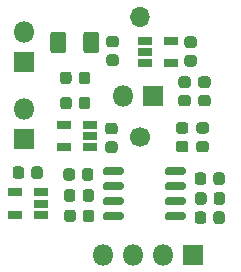
<source format=gbr>
%TF.GenerationSoftware,KiCad,Pcbnew,(5.1.6)-1*%
%TF.CreationDate,2020-11-25T11:03:50+08:00*%
%TF.ProjectId,BCG_Piezo_Integrated_V1.0,4243475f-5069-4657-9a6f-5f496e746567,rev?*%
%TF.SameCoordinates,Original*%
%TF.FileFunction,Soldermask,Top*%
%TF.FilePolarity,Negative*%
%FSLAX46Y46*%
G04 Gerber Fmt 4.6, Leading zero omitted, Abs format (unit mm)*
G04 Created by KiCad (PCBNEW (5.1.6)-1) date 2020-11-25 11:03:50*
%MOMM*%
%LPD*%
G01*
G04 APERTURE LIST*
%ADD10O,1.700000X1.700000*%
%ADD11C,1.700000*%
%ADD12R,1.160000X0.750000*%
%ADD13O,1.800000X1.800000*%
%ADD14R,1.800000X1.800000*%
G04 APERTURE END LIST*
D10*
%TO.C,R13*%
X171069000Y-130911600D03*
D11*
X171069000Y-141071600D03*
%TD*%
D12*
%TO.C,U4*%
X164685800Y-141970800D03*
X164685800Y-140070800D03*
X166885800Y-140070800D03*
X166885800Y-141020800D03*
X166885800Y-141970800D03*
%TD*%
%TO.C,U2*%
X160487000Y-147696000D03*
X160487000Y-145796000D03*
X162687000Y-145796000D03*
X162687000Y-146746000D03*
X162687000Y-147696000D03*
%TD*%
%TO.C,U1*%
X173726200Y-132958800D03*
X173726200Y-134858800D03*
X171526200Y-134858800D03*
X171526200Y-133908800D03*
X171526200Y-132958800D03*
%TD*%
%TO.C,R8*%
G36*
G01*
X165333400Y-137945550D02*
X165333400Y-138508050D01*
G75*
G02*
X165089650Y-138751800I-243750J0D01*
G01*
X164602150Y-138751800D01*
G75*
G02*
X164358400Y-138508050I0J243750D01*
G01*
X164358400Y-137945550D01*
G75*
G02*
X164602150Y-137701800I243750J0D01*
G01*
X165089650Y-137701800D01*
G75*
G02*
X165333400Y-137945550I0J-243750D01*
G01*
G37*
G36*
G01*
X166908400Y-137945550D02*
X166908400Y-138508050D01*
G75*
G02*
X166664650Y-138751800I-243750J0D01*
G01*
X166177150Y-138751800D01*
G75*
G02*
X165933400Y-138508050I0J243750D01*
G01*
X165933400Y-137945550D01*
G75*
G02*
X166177150Y-137701800I243750J0D01*
G01*
X166664650Y-137701800D01*
G75*
G02*
X166908400Y-137945550I0J-243750D01*
G01*
G37*
%TD*%
%TO.C,R3*%
G36*
G01*
X161894700Y-144400850D02*
X161894700Y-143838350D01*
G75*
G02*
X162138450Y-143594600I243750J0D01*
G01*
X162625950Y-143594600D01*
G75*
G02*
X162869700Y-143838350I0J-243750D01*
G01*
X162869700Y-144400850D01*
G75*
G02*
X162625950Y-144644600I-243750J0D01*
G01*
X162138450Y-144644600D01*
G75*
G02*
X161894700Y-144400850I0J243750D01*
G01*
G37*
G36*
G01*
X160319700Y-144400850D02*
X160319700Y-143838350D01*
G75*
G02*
X160563450Y-143594600I243750J0D01*
G01*
X161050950Y-143594600D01*
G75*
G02*
X161294700Y-143838350I0J-243750D01*
G01*
X161294700Y-144400850D01*
G75*
G02*
X161050950Y-144644600I-243750J0D01*
G01*
X160563450Y-144644600D01*
G75*
G02*
X160319700Y-144400850I0J243750D01*
G01*
G37*
%TD*%
D13*
%TO.C,J3*%
X161315400Y-138734800D03*
D14*
X161315400Y-141274800D03*
%TD*%
D13*
%TO.C,J1*%
X161315400Y-132232400D03*
D14*
X161315400Y-134772400D03*
%TD*%
%TO.C,F1*%
G36*
G01*
X164857600Y-132441000D02*
X164857600Y-133751000D01*
G75*
G02*
X164587600Y-134021000I-270000J0D01*
G01*
X163777600Y-134021000D01*
G75*
G02*
X163507600Y-133751000I0J270000D01*
G01*
X163507600Y-132441000D01*
G75*
G02*
X163777600Y-132171000I270000J0D01*
G01*
X164587600Y-132171000D01*
G75*
G02*
X164857600Y-132441000I0J-270000D01*
G01*
G37*
G36*
G01*
X167657600Y-132441000D02*
X167657600Y-133751000D01*
G75*
G02*
X167387600Y-134021000I-270000J0D01*
G01*
X166577600Y-134021000D01*
G75*
G02*
X166307600Y-133751000I0J270000D01*
G01*
X166307600Y-132441000D01*
G75*
G02*
X166577600Y-132171000I270000J0D01*
G01*
X167387600Y-132171000D01*
G75*
G02*
X167657600Y-132441000I0J-270000D01*
G01*
G37*
%TD*%
%TO.C,C7*%
G36*
G01*
X168962650Y-140873200D02*
X168400150Y-140873200D01*
G75*
G02*
X168156400Y-140629450I0J243750D01*
G01*
X168156400Y-140141950D01*
G75*
G02*
X168400150Y-139898200I243750J0D01*
G01*
X168962650Y-139898200D01*
G75*
G02*
X169206400Y-140141950I0J-243750D01*
G01*
X169206400Y-140629450D01*
G75*
G02*
X168962650Y-140873200I-243750J0D01*
G01*
G37*
G36*
G01*
X168962650Y-142448200D02*
X168400150Y-142448200D01*
G75*
G02*
X168156400Y-142204450I0J243750D01*
G01*
X168156400Y-141716950D01*
G75*
G02*
X168400150Y-141473200I243750J0D01*
G01*
X168962650Y-141473200D01*
G75*
G02*
X169206400Y-141716950I0J-243750D01*
G01*
X169206400Y-142204450D01*
G75*
G02*
X168962650Y-142448200I-243750J0D01*
G01*
G37*
%TD*%
%TO.C,C4*%
G36*
G01*
X175668250Y-133558000D02*
X175105750Y-133558000D01*
G75*
G02*
X174862000Y-133314250I0J243750D01*
G01*
X174862000Y-132826750D01*
G75*
G02*
X175105750Y-132583000I243750J0D01*
G01*
X175668250Y-132583000D01*
G75*
G02*
X175912000Y-132826750I0J-243750D01*
G01*
X175912000Y-133314250D01*
G75*
G02*
X175668250Y-133558000I-243750J0D01*
G01*
G37*
G36*
G01*
X175668250Y-135133000D02*
X175105750Y-135133000D01*
G75*
G02*
X174862000Y-134889250I0J243750D01*
G01*
X174862000Y-134401750D01*
G75*
G02*
X175105750Y-134158000I243750J0D01*
G01*
X175668250Y-134158000D01*
G75*
G02*
X175912000Y-134401750I0J-243750D01*
G01*
X175912000Y-134889250D01*
G75*
G02*
X175668250Y-135133000I-243750J0D01*
G01*
G37*
%TD*%
%TO.C,C3*%
G36*
G01*
X174597750Y-137536100D02*
X175160250Y-137536100D01*
G75*
G02*
X175404000Y-137779850I0J-243750D01*
G01*
X175404000Y-138267350D01*
G75*
G02*
X175160250Y-138511100I-243750J0D01*
G01*
X174597750Y-138511100D01*
G75*
G02*
X174354000Y-138267350I0J243750D01*
G01*
X174354000Y-137779850D01*
G75*
G02*
X174597750Y-137536100I243750J0D01*
G01*
G37*
G36*
G01*
X174597750Y-135961100D02*
X175160250Y-135961100D01*
G75*
G02*
X175404000Y-136204850I0J-243750D01*
G01*
X175404000Y-136692350D01*
G75*
G02*
X175160250Y-136936100I-243750J0D01*
G01*
X174597750Y-136936100D01*
G75*
G02*
X174354000Y-136692350I0J243750D01*
G01*
X174354000Y-136204850D01*
G75*
G02*
X174597750Y-135961100I243750J0D01*
G01*
G37*
%TD*%
%TO.C,C2*%
G36*
G01*
X168501750Y-134107200D02*
X169064250Y-134107200D01*
G75*
G02*
X169308000Y-134350950I0J-243750D01*
G01*
X169308000Y-134838450D01*
G75*
G02*
X169064250Y-135082200I-243750J0D01*
G01*
X168501750Y-135082200D01*
G75*
G02*
X168258000Y-134838450I0J243750D01*
G01*
X168258000Y-134350950D01*
G75*
G02*
X168501750Y-134107200I243750J0D01*
G01*
G37*
G36*
G01*
X168501750Y-132532200D02*
X169064250Y-132532200D01*
G75*
G02*
X169308000Y-132775950I0J-243750D01*
G01*
X169308000Y-133263450D01*
G75*
G02*
X169064250Y-133507200I-243750J0D01*
G01*
X168501750Y-133507200D01*
G75*
G02*
X168258000Y-133263450I0J243750D01*
G01*
X168258000Y-132775950D01*
G75*
G02*
X168501750Y-132532200I243750J0D01*
G01*
G37*
%TD*%
%TO.C,C1*%
G36*
G01*
X165308100Y-135811950D02*
X165308100Y-136374450D01*
G75*
G02*
X165064350Y-136618200I-243750J0D01*
G01*
X164576850Y-136618200D01*
G75*
G02*
X164333100Y-136374450I0J243750D01*
G01*
X164333100Y-135811950D01*
G75*
G02*
X164576850Y-135568200I243750J0D01*
G01*
X165064350Y-135568200D01*
G75*
G02*
X165308100Y-135811950I0J-243750D01*
G01*
G37*
G36*
G01*
X166883100Y-135811950D02*
X166883100Y-136374450D01*
G75*
G02*
X166639350Y-136618200I-243750J0D01*
G01*
X166151850Y-136618200D01*
G75*
G02*
X165908100Y-136374450I0J243750D01*
G01*
X165908100Y-135811950D01*
G75*
G02*
X166151850Y-135568200I243750J0D01*
G01*
X166639350Y-135568200D01*
G75*
G02*
X166883100Y-135811950I0J-243750D01*
G01*
G37*
%TD*%
%TO.C,U3*%
G36*
G01*
X173225400Y-144167600D02*
X173225400Y-143817600D01*
G75*
G02*
X173400400Y-143642600I175000J0D01*
G01*
X174800400Y-143642600D01*
G75*
G02*
X174975400Y-143817600I0J-175000D01*
G01*
X174975400Y-144167600D01*
G75*
G02*
X174800400Y-144342600I-175000J0D01*
G01*
X173400400Y-144342600D01*
G75*
G02*
X173225400Y-144167600I0J175000D01*
G01*
G37*
G36*
G01*
X173225400Y-145437600D02*
X173225400Y-145087600D01*
G75*
G02*
X173400400Y-144912600I175000J0D01*
G01*
X174800400Y-144912600D01*
G75*
G02*
X174975400Y-145087600I0J-175000D01*
G01*
X174975400Y-145437600D01*
G75*
G02*
X174800400Y-145612600I-175000J0D01*
G01*
X173400400Y-145612600D01*
G75*
G02*
X173225400Y-145437600I0J175000D01*
G01*
G37*
G36*
G01*
X173225400Y-146707600D02*
X173225400Y-146357600D01*
G75*
G02*
X173400400Y-146182600I175000J0D01*
G01*
X174800400Y-146182600D01*
G75*
G02*
X174975400Y-146357600I0J-175000D01*
G01*
X174975400Y-146707600D01*
G75*
G02*
X174800400Y-146882600I-175000J0D01*
G01*
X173400400Y-146882600D01*
G75*
G02*
X173225400Y-146707600I0J175000D01*
G01*
G37*
G36*
G01*
X173225400Y-147977600D02*
X173225400Y-147627600D01*
G75*
G02*
X173400400Y-147452600I175000J0D01*
G01*
X174800400Y-147452600D01*
G75*
G02*
X174975400Y-147627600I0J-175000D01*
G01*
X174975400Y-147977600D01*
G75*
G02*
X174800400Y-148152600I-175000J0D01*
G01*
X173400400Y-148152600D01*
G75*
G02*
X173225400Y-147977600I0J175000D01*
G01*
G37*
G36*
G01*
X167975400Y-147977600D02*
X167975400Y-147627600D01*
G75*
G02*
X168150400Y-147452600I175000J0D01*
G01*
X169550400Y-147452600D01*
G75*
G02*
X169725400Y-147627600I0J-175000D01*
G01*
X169725400Y-147977600D01*
G75*
G02*
X169550400Y-148152600I-175000J0D01*
G01*
X168150400Y-148152600D01*
G75*
G02*
X167975400Y-147977600I0J175000D01*
G01*
G37*
G36*
G01*
X167975400Y-146707600D02*
X167975400Y-146357600D01*
G75*
G02*
X168150400Y-146182600I175000J0D01*
G01*
X169550400Y-146182600D01*
G75*
G02*
X169725400Y-146357600I0J-175000D01*
G01*
X169725400Y-146707600D01*
G75*
G02*
X169550400Y-146882600I-175000J0D01*
G01*
X168150400Y-146882600D01*
G75*
G02*
X167975400Y-146707600I0J175000D01*
G01*
G37*
G36*
G01*
X167975400Y-145437600D02*
X167975400Y-145087600D01*
G75*
G02*
X168150400Y-144912600I175000J0D01*
G01*
X169550400Y-144912600D01*
G75*
G02*
X169725400Y-145087600I0J-175000D01*
G01*
X169725400Y-145437600D01*
G75*
G02*
X169550400Y-145612600I-175000J0D01*
G01*
X168150400Y-145612600D01*
G75*
G02*
X167975400Y-145437600I0J175000D01*
G01*
G37*
G36*
G01*
X167975400Y-144167600D02*
X167975400Y-143817600D01*
G75*
G02*
X168150400Y-143642600I175000J0D01*
G01*
X169550400Y-143642600D01*
G75*
G02*
X169725400Y-143817600I0J-175000D01*
G01*
X169725400Y-144167600D01*
G75*
G02*
X169550400Y-144342600I-175000J0D01*
G01*
X168150400Y-144342600D01*
G75*
G02*
X167975400Y-144167600I0J175000D01*
G01*
G37*
%TD*%
%TO.C,R15*%
G36*
G01*
X177312600Y-144908850D02*
X177312600Y-144346350D01*
G75*
G02*
X177556350Y-144102600I243750J0D01*
G01*
X178043850Y-144102600D01*
G75*
G02*
X178287600Y-144346350I0J-243750D01*
G01*
X178287600Y-144908850D01*
G75*
G02*
X178043850Y-145152600I-243750J0D01*
G01*
X177556350Y-145152600D01*
G75*
G02*
X177312600Y-144908850I0J243750D01*
G01*
G37*
G36*
G01*
X175737600Y-144908850D02*
X175737600Y-144346350D01*
G75*
G02*
X175981350Y-144102600I243750J0D01*
G01*
X176468850Y-144102600D01*
G75*
G02*
X176712600Y-144346350I0J-243750D01*
G01*
X176712600Y-144908850D01*
G75*
G02*
X176468850Y-145152600I-243750J0D01*
G01*
X175981350Y-145152600D01*
G75*
G02*
X175737600Y-144908850I0J243750D01*
G01*
G37*
%TD*%
%TO.C,R14*%
G36*
G01*
X165587400Y-143990750D02*
X165587400Y-144553250D01*
G75*
G02*
X165343650Y-144797000I-243750J0D01*
G01*
X164856150Y-144797000D01*
G75*
G02*
X164612400Y-144553250I0J243750D01*
G01*
X164612400Y-143990750D01*
G75*
G02*
X164856150Y-143747000I243750J0D01*
G01*
X165343650Y-143747000D01*
G75*
G02*
X165587400Y-143990750I0J-243750D01*
G01*
G37*
G36*
G01*
X167162400Y-143990750D02*
X167162400Y-144553250D01*
G75*
G02*
X166918650Y-144797000I-243750J0D01*
G01*
X166431150Y-144797000D01*
G75*
G02*
X166187400Y-144553250I0J243750D01*
G01*
X166187400Y-143990750D01*
G75*
G02*
X166431150Y-143747000I243750J0D01*
G01*
X166918650Y-143747000D01*
G75*
G02*
X167162400Y-143990750I0J-243750D01*
G01*
G37*
%TD*%
%TO.C,R9*%
G36*
G01*
X165638200Y-145768750D02*
X165638200Y-146331250D01*
G75*
G02*
X165394450Y-146575000I-243750J0D01*
G01*
X164906950Y-146575000D01*
G75*
G02*
X164663200Y-146331250I0J243750D01*
G01*
X164663200Y-145768750D01*
G75*
G02*
X164906950Y-145525000I243750J0D01*
G01*
X165394450Y-145525000D01*
G75*
G02*
X165638200Y-145768750I0J-243750D01*
G01*
G37*
G36*
G01*
X167213200Y-145768750D02*
X167213200Y-146331250D01*
G75*
G02*
X166969450Y-146575000I-243750J0D01*
G01*
X166481950Y-146575000D01*
G75*
G02*
X166238200Y-146331250I0J243750D01*
G01*
X166238200Y-145768750D01*
G75*
G02*
X166481950Y-145525000I243750J0D01*
G01*
X166969450Y-145525000D01*
G75*
G02*
X167213200Y-145768750I0J-243750D01*
G01*
G37*
%TD*%
%TO.C,R7*%
G36*
G01*
X176712600Y-147648350D02*
X176712600Y-148210850D01*
G75*
G02*
X176468850Y-148454600I-243750J0D01*
G01*
X175981350Y-148454600D01*
G75*
G02*
X175737600Y-148210850I0J243750D01*
G01*
X175737600Y-147648350D01*
G75*
G02*
X175981350Y-147404600I243750J0D01*
G01*
X176468850Y-147404600D01*
G75*
G02*
X176712600Y-147648350I0J-243750D01*
G01*
G37*
G36*
G01*
X178287600Y-147648350D02*
X178287600Y-148210850D01*
G75*
G02*
X178043850Y-148454600I-243750J0D01*
G01*
X177556350Y-148454600D01*
G75*
G02*
X177312600Y-148210850I0J243750D01*
G01*
X177312600Y-147648350D01*
G75*
G02*
X177556350Y-147404600I243750J0D01*
G01*
X178043850Y-147404600D01*
G75*
G02*
X178287600Y-147648350I0J-243750D01*
G01*
G37*
%TD*%
%TO.C,R5*%
G36*
G01*
X174957050Y-140822400D02*
X174394550Y-140822400D01*
G75*
G02*
X174150800Y-140578650I0J243750D01*
G01*
X174150800Y-140091150D01*
G75*
G02*
X174394550Y-139847400I243750J0D01*
G01*
X174957050Y-139847400D01*
G75*
G02*
X175200800Y-140091150I0J-243750D01*
G01*
X175200800Y-140578650D01*
G75*
G02*
X174957050Y-140822400I-243750J0D01*
G01*
G37*
G36*
G01*
X174957050Y-142397400D02*
X174394550Y-142397400D01*
G75*
G02*
X174150800Y-142153650I0J243750D01*
G01*
X174150800Y-141666150D01*
G75*
G02*
X174394550Y-141422400I243750J0D01*
G01*
X174957050Y-141422400D01*
G75*
G02*
X175200800Y-141666150I0J-243750D01*
G01*
X175200800Y-142153650D01*
G75*
G02*
X174957050Y-142397400I-243750J0D01*
G01*
G37*
%TD*%
%TO.C,R4*%
G36*
G01*
X176836650Y-136936100D02*
X176274150Y-136936100D01*
G75*
G02*
X176030400Y-136692350I0J243750D01*
G01*
X176030400Y-136204850D01*
G75*
G02*
X176274150Y-135961100I243750J0D01*
G01*
X176836650Y-135961100D01*
G75*
G02*
X177080400Y-136204850I0J-243750D01*
G01*
X177080400Y-136692350D01*
G75*
G02*
X176836650Y-136936100I-243750J0D01*
G01*
G37*
G36*
G01*
X176836650Y-138511100D02*
X176274150Y-138511100D01*
G75*
G02*
X176030400Y-138267350I0J243750D01*
G01*
X176030400Y-137779850D01*
G75*
G02*
X176274150Y-137536100I243750J0D01*
G01*
X176836650Y-137536100D01*
G75*
G02*
X177080400Y-137779850I0J-243750D01*
G01*
X177080400Y-138267350D01*
G75*
G02*
X176836650Y-138511100I-243750J0D01*
G01*
G37*
%TD*%
D13*
%TO.C,J4*%
X167970200Y-151079200D03*
X170510200Y-151079200D03*
X173050200Y-151079200D03*
D14*
X175590200Y-151079200D03*
%TD*%
D13*
%TO.C,J2*%
X169697400Y-137617200D03*
D14*
X172237400Y-137617200D03*
%TD*%
%TO.C,D1*%
G36*
G01*
X176121750Y-141422400D02*
X176684250Y-141422400D01*
G75*
G02*
X176928000Y-141666150I0J-243750D01*
G01*
X176928000Y-142153650D01*
G75*
G02*
X176684250Y-142397400I-243750J0D01*
G01*
X176121750Y-142397400D01*
G75*
G02*
X175878000Y-142153650I0J243750D01*
G01*
X175878000Y-141666150D01*
G75*
G02*
X176121750Y-141422400I243750J0D01*
G01*
G37*
G36*
G01*
X176121750Y-139847400D02*
X176684250Y-139847400D01*
G75*
G02*
X176928000Y-140091150I0J-243750D01*
G01*
X176928000Y-140578650D01*
G75*
G02*
X176684250Y-140822400I-243750J0D01*
G01*
X176121750Y-140822400D01*
G75*
G02*
X175878000Y-140578650I0J243750D01*
G01*
X175878000Y-140091150D01*
G75*
G02*
X176121750Y-139847400I243750J0D01*
G01*
G37*
%TD*%
%TO.C,C6*%
G36*
G01*
X176738100Y-146022750D02*
X176738100Y-146585250D01*
G75*
G02*
X176494350Y-146829000I-243750J0D01*
G01*
X176006850Y-146829000D01*
G75*
G02*
X175763100Y-146585250I0J243750D01*
G01*
X175763100Y-146022750D01*
G75*
G02*
X176006850Y-145779000I243750J0D01*
G01*
X176494350Y-145779000D01*
G75*
G02*
X176738100Y-146022750I0J-243750D01*
G01*
G37*
G36*
G01*
X178313100Y-146022750D02*
X178313100Y-146585250D01*
G75*
G02*
X178069350Y-146829000I-243750J0D01*
G01*
X177581850Y-146829000D01*
G75*
G02*
X177338100Y-146585250I0J243750D01*
G01*
X177338100Y-146022750D01*
G75*
G02*
X177581850Y-145779000I243750J0D01*
G01*
X178069350Y-145779000D01*
G75*
G02*
X178313100Y-146022750I0J-243750D01*
G01*
G37*
%TD*%
%TO.C,C5*%
G36*
G01*
X166263500Y-148058450D02*
X166263500Y-147495950D01*
G75*
G02*
X166507250Y-147252200I243750J0D01*
G01*
X166994750Y-147252200D01*
G75*
G02*
X167238500Y-147495950I0J-243750D01*
G01*
X167238500Y-148058450D01*
G75*
G02*
X166994750Y-148302200I-243750J0D01*
G01*
X166507250Y-148302200D01*
G75*
G02*
X166263500Y-148058450I0J243750D01*
G01*
G37*
G36*
G01*
X164688500Y-148058450D02*
X164688500Y-147495950D01*
G75*
G02*
X164932250Y-147252200I243750J0D01*
G01*
X165419750Y-147252200D01*
G75*
G02*
X165663500Y-147495950I0J-243750D01*
G01*
X165663500Y-148058450D01*
G75*
G02*
X165419750Y-148302200I-243750J0D01*
G01*
X164932250Y-148302200D01*
G75*
G02*
X164688500Y-148058450I0J243750D01*
G01*
G37*
%TD*%
M02*

</source>
